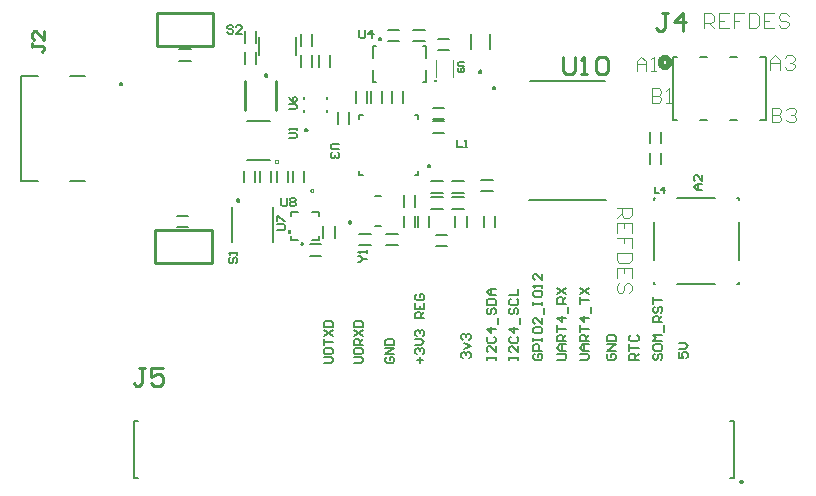
<source format=gto>
%FSTAX23Y23*%
%MOIN*%
%SFA1B1*%

%IPPOS*%
%ADD10C,0.007874*%
%ADD11C,0.020000*%
%ADD12C,0.000000*%
%ADD13C,0.010000*%
%ADD14C,0.003937*%
%ADD15C,0.005000*%
%ADD16C,0.006000*%
%ADD17C,0.008000*%
%ADD18C,0.003000*%
%LNesp32c3phils-1*%
%LPD*%
G36*
X03318Y03557D02*
Y03542D01*
X03308*
Y03557*
X03318*
G37*
G54D10*
X04824Y02717D02*
D01*
X04824Y02717*
X04824Y02718*
X04824Y02718*
X04824Y02718*
X04824Y02718*
X04824Y02719*
X04824Y02719*
X04823Y02719*
X04823Y02719*
X04823Y0272*
X04823Y0272*
X04823Y0272*
X04823Y0272*
X04822Y0272*
X04822Y0272*
X04822Y02721*
X04822Y02721*
X04821Y02721*
X04821Y02721*
X04821Y02721*
X04821Y02721*
X0482Y02721*
X0482*
X0482Y02721*
X04819Y02721*
X04819Y02721*
X04819Y02721*
X04819Y02721*
X04818Y02721*
X04818Y0272*
X04818Y0272*
X04818Y0272*
X04817Y0272*
X04817Y0272*
X04817Y0272*
X04817Y02719*
X04817Y02719*
X04817Y02719*
X04816Y02719*
X04816Y02718*
X04816Y02718*
X04816Y02718*
X04816Y02718*
X04816Y02717*
X04816Y02717*
X04816Y02717*
X04816Y02716*
X04816Y02716*
X04816Y02716*
X04816Y02716*
X04816Y02715*
X04817Y02715*
X04817Y02715*
X04817Y02715*
X04817Y02714*
X04817Y02714*
X04817Y02714*
X04818Y02714*
X04818Y02714*
X04818Y02714*
X04818Y02713*
X04819Y02713*
X04819Y02713*
X04819Y02713*
X04819Y02713*
X0482Y02713*
X0482Y02713*
X0482*
X04821Y02713*
X04821Y02713*
X04821Y02713*
X04821Y02713*
X04822Y02713*
X04822Y02713*
X04822Y02714*
X04822Y02714*
X04823Y02714*
X04823Y02714*
X04823Y02714*
X04823Y02714*
X04823Y02715*
X04823Y02715*
X04824Y02715*
X04824Y02715*
X04824Y02716*
X04824Y02716*
X04824Y02716*
X04824Y02716*
X04824Y02717*
X04824Y02717*
X03997Y0403D02*
D01*
X03997Y0403*
X03997Y0403*
X03997Y04031*
X03997Y04031*
X03997Y04031*
X03997Y04031*
X03997Y04032*
X03997Y04032*
X03997Y04032*
X03996Y04032*
X03996Y04032*
X03996Y04033*
X03996Y04033*
X03996Y04033*
X03995Y04033*
X03995Y04033*
X03995Y04033*
X03995Y04033*
X03994Y04034*
X03994Y04034*
X03994Y04034*
X03994Y04034*
X03993*
X03993Y04034*
X03993Y04034*
X03992Y04034*
X03992Y04033*
X03992Y04033*
X03992Y04033*
X03991Y04033*
X03991Y04033*
X03991Y04033*
X03991Y04033*
X03991Y04032*
X0399Y04032*
X0399Y04032*
X0399Y04032*
X0399Y04032*
X0399Y04031*
X0399Y04031*
X0399Y04031*
X0399Y04031*
X0399Y0403*
X0399Y0403*
X0399Y0403*
X0399Y04029*
X0399Y04029*
X0399Y04029*
X0399Y04029*
X0399Y04028*
X0399Y04028*
X0399Y04028*
X0399Y04028*
X0399Y04027*
X0399Y04027*
X03991Y04027*
X03991Y04027*
X03991Y04027*
X03991Y04026*
X03991Y04026*
X03992Y04026*
X03992Y04026*
X03992Y04026*
X03992Y04026*
X03993Y04026*
X03993Y04026*
X03993Y04026*
X03994*
X03994Y04026*
X03994Y04026*
X03994Y04026*
X03995Y04026*
X03995Y04026*
X03995Y04026*
X03995Y04026*
X03996Y04026*
X03996Y04027*
X03996Y04027*
X03996Y04027*
X03996Y04027*
X03997Y04027*
X03997Y04028*
X03997Y04028*
X03997Y04028*
X03997Y04028*
X03997Y04029*
X03997Y04029*
X03997Y04029*
X03997Y04029*
X03997Y0403*
X03953Y04084D02*
D01*
X03953Y04084*
X03953Y04084*
X03953Y04085*
X03953Y04085*
X03953Y04085*
X03953Y04085*
X03953Y04086*
X03953Y04086*
X03953Y04086*
X03953Y04086*
X03952Y04087*
X03952Y04087*
X03952Y04087*
X03952Y04087*
X03951Y04087*
X03951Y04087*
X03951Y04087*
X03951Y04088*
X0395Y04088*
X0395Y04088*
X0395Y04088*
X0395Y04088*
X03949*
X03949Y04088*
X03949Y04088*
X03949Y04088*
X03948Y04088*
X03948Y04087*
X03948Y04087*
X03948Y04087*
X03947Y04087*
X03947Y04087*
X03947Y04087*
X03947Y04087*
X03946Y04086*
X03946Y04086*
X03946Y04086*
X03946Y04086*
X03946Y04085*
X03946Y04085*
X03946Y04085*
X03946Y04085*
X03946Y04084*
X03946Y04084*
X03946Y04084*
X03946Y04084*
X03946Y04083*
X03946Y04083*
X03946Y04083*
X03946Y04082*
X03946Y04082*
X03946Y04082*
X03946Y04082*
X03946Y04081*
X03946Y04081*
X03947Y04081*
X03947Y04081*
X03947Y04081*
X03947Y04081*
X03948Y0408*
X03948Y0408*
X03948Y0408*
X03948Y0408*
X03949Y0408*
X03949Y0408*
X03949Y0408*
X03949Y0408*
X0395*
X0395Y0408*
X0395Y0408*
X0395Y0408*
X03951Y0408*
X03951Y0408*
X03951Y0408*
X03951Y0408*
X03952Y04081*
X03952Y04081*
X03952Y04081*
X03952Y04081*
X03953Y04081*
X03953Y04081*
X03953Y04082*
X03953Y04082*
X03953Y04082*
X03953Y04082*
X03953Y04083*
X03953Y04083*
X03953Y04083*
X03953Y04084*
X03953Y04084*
X03519Y03581D02*
D01*
X03519Y03582*
X03519Y03582*
X03519Y03582*
X03519Y03582*
X03519Y03583*
X03519Y03583*
X03518Y03583*
X03518Y03583*
X03518Y03584*
X03518Y03584*
X03518Y03584*
X03518Y03584*
X03517Y03584*
X03517Y03585*
X03517Y03585*
X03517Y03585*
X03516Y03585*
X03516Y03585*
X03516Y03585*
X03516Y03585*
X03515Y03585*
X03515Y03585*
X03515*
X03515Y03585*
X03514Y03585*
X03514Y03585*
X03514Y03585*
X03514Y03585*
X03513Y03585*
X03513Y03585*
X03513Y03585*
X03513Y03584*
X03512Y03584*
X03512Y03584*
X03512Y03584*
X03512Y03584*
X03512Y03583*
X03512Y03583*
X03511Y03583*
X03511Y03583*
X03511Y03582*
X03511Y03582*
X03511Y03582*
X03511Y03582*
X03511Y03581*
X03511Y03581*
X03511Y03581*
X03511Y0358*
X03511Y0358*
X03511Y0358*
X03511Y0358*
X03512Y03579*
X03512Y03579*
X03512Y03579*
X03512Y03579*
X03512Y03579*
X03512Y03578*
X03513Y03578*
X03513Y03578*
X03513Y03578*
X03513Y03578*
X03514Y03578*
X03514Y03578*
X03514Y03577*
X03514Y03577*
X03515Y03577*
X03515Y03577*
X03515*
X03515Y03577*
X03516Y03577*
X03516Y03577*
X03516Y03578*
X03516Y03578*
X03517Y03578*
X03517Y03578*
X03517Y03578*
X03517Y03578*
X03518Y03578*
X03518Y03579*
X03518Y03579*
X03518Y03579*
X03518Y03579*
X03518Y03579*
X03519Y0358*
X03519Y0358*
X03519Y0358*
X03519Y0358*
X03519Y03581*
X03519Y03581*
X03519Y03581*
X03619Y04192D02*
D01*
X03619Y04192*
X03619Y04192*
X03619Y04192*
X03619Y04193*
X03619Y04193*
X03619Y04193*
X03619Y04193*
X03619Y04194*
X03619Y04194*
X03618Y04194*
X03618Y04194*
X03618Y04194*
X03618Y04195*
X03618Y04195*
X03617Y04195*
X03617Y04195*
X03617Y04195*
X03617Y04195*
X03616Y04195*
X03616Y04195*
X03616Y04195*
X03616Y04195*
X03615*
X03615Y04195*
X03615Y04195*
X03614Y04195*
X03614Y04195*
X03614Y04195*
X03614Y04195*
X03613Y04195*
X03613Y04195*
X03613Y04195*
X03613Y04194*
X03613Y04194*
X03612Y04194*
X03612Y04194*
X03612Y04194*
X03612Y04193*
X03612Y04193*
X03612Y04193*
X03612Y04193*
X03612Y04192*
X03611Y04192*
X03611Y04192*
X03611Y04192*
X03611Y04191*
X03611Y04191*
X03612Y04191*
X03612Y0419*
X03612Y0419*
X03612Y0419*
X03612Y0419*
X03612Y04189*
X03612Y04189*
X03612Y04189*
X03613Y04189*
X03613Y04189*
X03613Y04188*
X03613Y04188*
X03613Y04188*
X03614Y04188*
X03614Y04188*
X03614Y04188*
X03614Y04188*
X03615Y04188*
X03615Y04188*
X03615Y04188*
X03616*
X03616Y04188*
X03616Y04188*
X03616Y04188*
X03617Y04188*
X03617Y04188*
X03617Y04188*
X03617Y04188*
X03618Y04188*
X03618Y04188*
X03618Y04189*
X03618Y04189*
X03618Y04189*
X03619Y04189*
X03619Y04189*
X03619Y0419*
X03619Y0419*
X03619Y0419*
X03619Y0419*
X03619Y04191*
X03619Y04191*
X03619Y04191*
X03619Y04192*
X03374Y03889D02*
D01*
X03374Y0389*
X03373Y0389*
X03373Y0389*
X03373Y03891*
X03373Y03891*
X03373Y03891*
X03373Y03891*
X03373Y03892*
X03373Y03892*
X03373Y03892*
X03372Y03892*
X03372Y03892*
X03372Y03893*
X03372Y03893*
X03372Y03893*
X03371Y03893*
X03371Y03893*
X03371Y03893*
X03371Y03893*
X0337Y03893*
X0337Y03893*
X0337Y03893*
X03369*
X03369Y03893*
X03369Y03893*
X03369Y03893*
X03368Y03893*
X03368Y03893*
X03368Y03893*
X03368Y03893*
X03367Y03893*
X03367Y03893*
X03367Y03892*
X03367Y03892*
X03367Y03892*
X03366Y03892*
X03366Y03892*
X03366Y03891*
X03366Y03891*
X03366Y03891*
X03366Y03891*
X03366Y0389*
X03366Y0389*
X03366Y0389*
X03366Y03889*
X03366Y03889*
X03366Y03889*
X03366Y03889*
X03366Y03888*
X03366Y03888*
X03366Y03888*
X03366Y03888*
X03366Y03887*
X03366Y03887*
X03367Y03887*
X03367Y03887*
X03367Y03887*
X03367Y03886*
X03367Y03886*
X03368Y03886*
X03368Y03886*
X03368Y03886*
X03368Y03886*
X03369Y03886*
X03369Y03886*
X03369Y03886*
X03369Y03886*
X0337*
X0337Y03886*
X0337Y03886*
X03371Y03886*
X03371Y03886*
X03371Y03886*
X03371Y03886*
X03372Y03886*
X03372Y03886*
X03372Y03886*
X03372Y03887*
X03372Y03887*
X03373Y03887*
X03373Y03887*
X03373Y03887*
X03373Y03888*
X03373Y03888*
X03373Y03888*
X03373Y03888*
X03373Y03889*
X03373Y03889*
X03374Y03889*
X03374Y03889*
X03146Y03655D02*
D01*
X03146Y03655*
X03146Y03656*
X03146Y03656*
X03146Y03656*
X03146Y03656*
X03146Y03657*
X03146Y03657*
X03146Y03657*
X03145Y03657*
X03145Y03658*
X03145Y03658*
X03145Y03658*
X03145Y03658*
X03144Y03658*
X03144Y03658*
X03144Y03659*
X03144Y03659*
X03143Y03659*
X03143Y03659*
X03143Y03659*
X03143Y03659*
X03142Y03659*
X03142*
X03142Y03659*
X03142Y03659*
X03141Y03659*
X03141Y03659*
X03141Y03659*
X03141Y03659*
X0314Y03658*
X0314Y03658*
X0314Y03658*
X0314Y03658*
X03139Y03658*
X03139Y03658*
X03139Y03657*
X03139Y03657*
X03139Y03657*
X03139Y03657*
X03139Y03656*
X03138Y03656*
X03138Y03656*
X03138Y03656*
X03138Y03655*
X03138Y03655*
X03138Y03655*
X03138Y03654*
X03138Y03654*
X03138Y03654*
X03139Y03654*
X03139Y03653*
X03139Y03653*
X03139Y03653*
X03139Y03653*
X03139Y03652*
X03139Y03652*
X0314Y03652*
X0314Y03652*
X0314Y03652*
X0314Y03652*
X03141Y03651*
X03141Y03651*
X03141Y03651*
X03141Y03651*
X03142Y03651*
X03142Y03651*
X03142Y03651*
X03142*
X03143Y03651*
X03143Y03651*
X03143Y03651*
X03143Y03651*
X03144Y03651*
X03144Y03651*
X03144Y03652*
X03144Y03652*
X03145Y03652*
X03145Y03652*
X03145Y03652*
X03145Y03652*
X03145Y03653*
X03146Y03653*
X03146Y03653*
X03146Y03653*
X03146Y03654*
X03146Y03654*
X03146Y03654*
X03146Y03654*
X03146Y03655*
X03146Y03655*
X02756Y04043D02*
D01*
X02756Y04044*
X02756Y04044*
X02756Y04044*
X02756Y04044*
X02756Y04045*
X02756Y04045*
X02756Y04045*
X02756Y04045*
X02755Y04046*
X02755Y04046*
X02755Y04046*
X02755Y04046*
X02755Y04046*
X02754Y04047*
X02754Y04047*
X02754Y04047*
X02754Y04047*
X02754Y04047*
X02753Y04047*
X02753Y04047*
X02753Y04047*
X02752Y04047*
X02752*
X02752Y04047*
X02752Y04047*
X02751Y04047*
X02751Y04047*
X02751Y04047*
X02751Y04047*
X0275Y04047*
X0275Y04047*
X0275Y04046*
X0275Y04046*
X02749Y04046*
X02749Y04046*
X02749Y04046*
X02749Y04045*
X02749Y04045*
X02749Y04045*
X02749Y04045*
X02749Y04044*
X02748Y04044*
X02748Y04044*
X02748Y04044*
X02748Y04043*
X02748Y04043*
X02748Y04043*
X02748Y04043*
X02749Y04042*
X02749Y04042*
X02749Y04042*
X02749Y04041*
X02749Y04041*
X02749Y04041*
X02749Y04041*
X02749Y04041*
X0275Y0404*
X0275Y0404*
X0275Y0404*
X0275Y0404*
X02751Y0404*
X02751Y0404*
X02751Y0404*
X02751Y04039*
X02752Y04039*
X02752Y04039*
X02752Y04039*
X02752*
X02753Y04039*
X02753Y04039*
X02753Y04039*
X02754Y0404*
X02754Y0404*
X02754Y0404*
X02754Y0404*
X02754Y0404*
X02755Y0404*
X02755Y0404*
X02755Y04041*
X02755Y04041*
X02755Y04041*
X02756Y04041*
X02756Y04041*
X02756Y04042*
X02756Y04042*
X02756Y04042*
X02756Y04043*
X02756Y04043*
X02756Y04043*
X02756Y04043*
X03782Y03771D02*
D01*
X03782Y03771*
X03782Y03771*
X03782Y03771*
X03782Y03772*
X03782Y03772*
X03782Y03772*
X03782Y03772*
X03782Y03773*
X03782Y03773*
X03781Y03773*
X03781Y03773*
X03781Y03774*
X03781Y03774*
X03781Y03774*
X0378Y03774*
X0378Y03774*
X0378Y03774*
X0378Y03774*
X03779Y03774*
X03779Y03774*
X03779Y03775*
X03778Y03775*
X03778*
X03778Y03775*
X03778Y03774*
X03777Y03774*
X03777Y03774*
X03777Y03774*
X03777Y03774*
X03776Y03774*
X03776Y03774*
X03776Y03774*
X03776Y03774*
X03776Y03773*
X03775Y03773*
X03775Y03773*
X03775Y03773*
X03775Y03772*
X03775Y03772*
X03775Y03772*
X03775Y03772*
X03775Y03771*
X03774Y03771*
X03774Y03771*
X03774Y03771*
X03774Y0377*
X03774Y0377*
X03775Y0377*
X03775Y0377*
X03775Y03769*
X03775Y03769*
X03775Y03769*
X03775Y03769*
X03775Y03768*
X03775Y03768*
X03776Y03768*
X03776Y03768*
X03776Y03767*
X03776Y03767*
X03776Y03767*
X03777Y03767*
X03777Y03767*
X03777Y03767*
X03777Y03767*
X03778Y03767*
X03778Y03767*
X03778Y03767*
X03778*
X03779Y03767*
X03779Y03767*
X03779Y03767*
X0378Y03767*
X0378Y03767*
X0378Y03767*
X0378Y03767*
X03781Y03767*
X03781Y03767*
X03781Y03768*
X03781Y03768*
X03781Y03768*
X03782Y03768*
X03782Y03769*
X03782Y03769*
X03782Y03769*
X03782Y03769*
X03782Y0377*
X03782Y0377*
X03782Y0377*
X03782Y0377*
X03782Y03771*
X03239Y04071D02*
D01*
X03239Y04071*
X03239Y04072*
X03239Y04072*
X03239Y04072*
X03239Y04072*
X03239Y04073*
X03239Y04073*
X03238Y04073*
X03238Y04073*
X03238Y04074*
X03238Y04074*
X03238Y04074*
X03238Y04074*
X03237Y04074*
X03237Y04074*
X03237Y04075*
X03237Y04075*
X03236Y04075*
X03236Y04075*
X03236Y04075*
X03236Y04075*
X03235Y04075*
X03235*
X03235Y04075*
X03234Y04075*
X03234Y04075*
X03234Y04075*
X03234Y04075*
X03233Y04075*
X03233Y04074*
X03233Y04074*
X03233Y04074*
X03232Y04074*
X03232Y04074*
X03232Y04074*
X03232Y04073*
X03232Y04073*
X03232Y04073*
X03232Y04073*
X03231Y04072*
X03231Y04072*
X03231Y04072*
X03231Y04072*
X03231Y04071*
X03231Y04071*
X03231Y04071*
X03231Y04071*
X03231Y0407*
X03231Y0407*
X03231Y0407*
X03232Y04069*
X03232Y04069*
X03232Y04069*
X03232Y04069*
X03232Y04069*
X03232Y04068*
X03232Y04068*
X03233Y04068*
X03233Y04068*
X03233Y04068*
X03233Y04068*
X03234Y04067*
X03234Y04067*
X03234Y04067*
X03234Y04067*
X03235Y04067*
X03235Y04067*
X03235*
X03236Y04067*
X03236Y04067*
X03236Y04067*
X03236Y04067*
X03237Y04067*
X03237Y04068*
X03237Y04068*
X03237Y04068*
X03238Y04068*
X03238Y04068*
X03238Y04068*
X03238Y04069*
X03238Y04069*
X03238Y04069*
X03239Y04069*
X03239Y04069*
X03239Y0407*
X03239Y0407*
X03239Y0407*
X03239Y04071*
X03239Y04071*
X03239Y04071*
X02417Y0407D02*
X02476D01*
X02417Y03719D02*
Y0407D01*
Y03719D02*
X02476D01*
X02583Y0407D02*
X02631D01*
X02583Y03719D02*
X02631D01*
G54D11*
X0458Y04115D02*
D01*
X04579Y04116*
X04579Y04117*
X04579Y04118*
X04579Y04119*
X04579Y0412*
X04578Y04121*
X04578Y04122*
X04577Y04122*
X04577Y04123*
X04576Y04124*
X04575Y04125*
X04575Y04126*
X04574Y04126*
X04573Y04127*
X04572Y04127*
X04571Y04128*
X0457Y04128*
X04569Y04129*
X04568Y04129*
X04567Y04129*
X04566Y04129*
X04565Y04129*
X04564*
X04563Y04129*
X04562Y04129*
X04561Y04129*
X0456Y04129*
X04559Y04128*
X04558Y04128*
X04557Y04127*
X04556Y04127*
X04555Y04126*
X04554Y04126*
X04554Y04125*
X04553Y04124*
X04552Y04123*
X04552Y04122*
X04551Y04122*
X04551Y04121*
X0455Y0412*
X0455Y04119*
X0455Y04118*
X0455Y04117*
X0455Y04116*
X0455Y04115*
X0455Y04113*
X0455Y04112*
X0455Y04111*
X0455Y0411*
X0455Y04109*
X04551Y04108*
X04551Y04107*
X04552Y04107*
X04552Y04106*
X04553Y04105*
X04554Y04104*
X04554Y04103*
X04555Y04103*
X04556Y04102*
X04557Y04102*
X04558Y04101*
X04559Y04101*
X0456Y041*
X04561Y041*
X04562Y041*
X04563Y041*
X04564Y041*
X04565*
X04566Y041*
X04567Y041*
X04568Y041*
X04569Y041*
X0457Y04101*
X04571Y04101*
X04572Y04102*
X04573Y04102*
X04574Y04103*
X04575Y04103*
X04575Y04104*
X04576Y04105*
X04577Y04106*
X04577Y04107*
X04578Y04107*
X04578Y04108*
X04579Y04109*
X04579Y0411*
X04579Y04111*
X04579Y04112*
X04579Y04113*
X0458Y04115*
G54D12*
X03393Y03688D02*
D01*
X03393Y03688*
X03393Y03688*
X03393Y03689*
X03393Y03689*
X03393Y03689*
X03393Y0369*
X03392Y0369*
X03392Y0369*
X03392Y03691*
X03392Y03691*
X03392Y03691*
X03391Y03691*
X03391Y03692*
X03391Y03692*
X03391Y03692*
X0339Y03692*
X0339Y03692*
X0339Y03692*
X03389Y03692*
X03389Y03692*
X03389Y03693*
X03388Y03693*
X03388*
X03387Y03693*
X03387Y03692*
X03387Y03692*
X03386Y03692*
X03386Y03692*
X03386Y03692*
X03386Y03692*
X03385Y03692*
X03385Y03692*
X03385Y03691*
X03384Y03691*
X03384Y03691*
X03384Y03691*
X03384Y0369*
X03384Y0369*
X03383Y0369*
X03383Y03689*
X03383Y03689*
X03383Y03689*
X03383Y03688*
X03383Y03688*
X03383Y03688*
X03383Y03687*
X03383Y03687*
X03383Y03687*
X03383Y03686*
X03383Y03686*
X03383Y03686*
X03384Y03685*
X03384Y03685*
X03384Y03685*
X03384Y03684*
X03384Y03684*
X03385Y03684*
X03385Y03684*
X03385Y03683*
X03386Y03683*
X03386Y03683*
X03386Y03683*
X03386Y03683*
X03387Y03683*
X03387Y03683*
X03387Y03683*
X03388Y03683*
X03388*
X03389Y03683*
X03389Y03683*
X03389Y03683*
X0339Y03683*
X0339Y03683*
X0339Y03683*
X03391Y03683*
X03391Y03683*
X03391Y03684*
X03391Y03684*
X03392Y03684*
X03392Y03684*
X03392Y03685*
X03392Y03685*
X03392Y03685*
X03393Y03686*
X03393Y03686*
X03393Y03686*
X03393Y03687*
X03393Y03687*
X03393Y03687*
X03393Y03688*
G54D13*
X03356Y03511D02*
D01*
X03356Y03511*
X03356Y03511*
X03356Y03511*
X03356Y03511*
X03356Y03511*
X03356Y03511*
X03356Y03511*
X03356Y03511*
X03356Y03511*
X03356Y03511*
X03356Y03511*
X03355Y03512*
X03355Y03512*
X03355Y03512*
X03355Y03512*
X03355Y03512*
X03355Y03512*
X03355Y03512*
X03355Y03512*
X03355Y03512*
X03355Y03512*
X03355Y03512*
X03354*
X03354Y03512*
X03354Y03512*
X03354Y03512*
X03354Y03512*
X03354Y03512*
X03354Y03512*
X03354Y03512*
X03354Y03512*
X03354Y03512*
X03354Y03512*
X03353Y03511*
X03353Y03511*
X03353Y03511*
X03353Y03511*
X03353Y03511*
X03353Y03511*
X03353Y03511*
X03353Y03511*
X03353Y03511*
X03353Y03511*
X03353Y03511*
X03353Y03511*
X03353Y0351*
X03353Y0351*
X03353Y0351*
X03353Y0351*
X03353Y0351*
X03353Y0351*
X03353Y0351*
X03353Y0351*
X03353Y0351*
X03353Y0351*
X03353Y0351*
X03354Y03509*
X03354Y03509*
X03354Y03509*
X03354Y03509*
X03354Y03509*
X03354Y03509*
X03354Y03509*
X03354Y03509*
X03354Y03509*
X03354Y03509*
X03354Y03509*
X03355*
X03355Y03509*
X03355Y03509*
X03355Y03509*
X03355Y03509*
X03355Y03509*
X03355Y03509*
X03355Y03509*
X03355Y03509*
X03355Y03509*
X03355Y03509*
X03356Y0351*
X03356Y0351*
X03356Y0351*
X03356Y0351*
X03356Y0351*
X03356Y0351*
X03356Y0351*
X03356Y0351*
X03356Y0351*
X03356Y0351*
X03356Y0351*
X03356Y03511*
X02871Y0428D02*
X03059D01*
X02871Y04169D02*
X03059D01*
X02871D02*
Y0428D01*
X03059Y04169D02*
Y0428D01*
X03267Y03955D02*
Y04054D01*
X03164Y03955D02*
Y04054D01*
X02866Y03445D02*
X03054D01*
X02866Y03556D02*
X03054D01*
Y03445D02*
Y03556D01*
X02866Y03445D02*
Y03556D01*
X02833Y03095D02*
X02813D01*
X02823*
Y03045*
X02813Y03036*
X02803*
X02794Y03045*
X02893Y03095D02*
X02853D01*
Y03065*
X02873Y03075*
X02883*
X02893Y03065*
Y03045*
X02883Y03036*
X02863*
X02853Y03045*
X04575Y04279D02*
X04555D01*
X04565*
Y0423*
X04555Y0422*
X04545*
X04535Y0423*
X04624Y0422D02*
Y04279D01*
X04594Y0425*
X04634*
X04225Y04134D02*
Y04085D01*
X04235Y04075*
X04255*
X04265Y04085*
Y04134*
X04285Y04075D02*
X04305D01*
X04295*
Y04134*
X04285Y04124*
X04334D02*
X04344Y04134D01*
X04364*
X04374Y04124*
Y04085*
X04364Y04075*
X04344*
X04334Y04085*
Y04124*
X02455Y04178D02*
Y04165D01*
Y04171*
X02488*
X02494Y04165*
Y04158*
X02488Y04151*
X02494Y04218D02*
Y04191D01*
X02468Y04218*
X02461*
X02455Y04211*
Y04198*
X02461Y04191*
G54D14*
X038Y04055D02*
D01*
X038Y04055*
X038Y04055*
X038Y04056*
X038Y04056*
X038Y04056*
X038Y04056*
X038Y04056*
X038Y04056*
X038Y04056*
X038Y04056*
X03799Y04056*
X03799Y04057*
X03799Y04057*
X03799Y04057*
X03799Y04057*
X03799Y04057*
X03799Y04057*
X03799Y04057*
X03798Y04057*
X03798Y04057*
X03798Y04057*
X03798Y04057*
X03798*
X03798Y04057*
X03798Y04057*
X03798Y04057*
X03797Y04057*
X03797Y04057*
X03797Y04057*
X03797Y04057*
X03797Y04057*
X03797Y04057*
X03797Y04057*
X03797Y04056*
X03796Y04056*
X03796Y04056*
X03796Y04056*
X03796Y04056*
X03796Y04056*
X03796Y04056*
X03796Y04056*
X03796Y04056*
X03796Y04055*
X03796Y04055*
X03796Y04055*
X03796Y04055*
X03796Y04055*
X03796Y04055*
X03796Y04055*
X03796Y04054*
X03796Y04054*
X03796Y04054*
X03796Y04054*
X03796Y04054*
X03796Y04054*
X03797Y04054*
X03797Y04054*
X03797Y04054*
X03797Y04053*
X03797Y04053*
X03797Y04053*
X03797Y04053*
X03797Y04053*
X03798Y04053*
X03798Y04053*
X03798Y04053*
X03798Y04053*
X03798*
X03798Y04053*
X03798Y04053*
X03798Y04053*
X03799Y04053*
X03799Y04053*
X03799Y04053*
X03799Y04053*
X03799Y04053*
X03799Y04054*
X03799Y04054*
X03799Y04054*
X038Y04054*
X038Y04054*
X038Y04054*
X038Y04054*
X038Y04054*
X038Y04054*
X038Y04055*
X038Y04055*
X038Y04055*
X038Y04055*
X038Y04055*
Y04067D02*
Y04122D01*
X03859Y04067D02*
Y04122D01*
G54D15*
X04795Y02729D02*
Y0292D01*
X02795Y02729D02*
Y0292D01*
X04782Y02729D02*
X04795D01*
X02795D02*
X02807D01*
X02795Y0292D02*
X02807D01*
X04782D02*
X04795D01*
X04114Y04053D02*
X04365D01*
X0411Y03656D02*
X04369D01*
X03953Y03686D02*
X03992D01*
X03953Y03723D02*
X03992D01*
X03961Y03565D02*
Y03604D01*
X03998Y03565D02*
Y03604D01*
X04516Y03845D02*
Y03884D01*
X04553Y03845D02*
Y03884D01*
X04516Y03775D02*
Y03814D01*
X04553Y03775D02*
Y03814D01*
X03918Y04161D02*
Y04208D01*
X03981Y04161D02*
Y04208D01*
X03411Y041D02*
Y04139D01*
X03448Y041D02*
Y04139D01*
X03597Y03669D02*
X03618D01*
X03597Y0357D02*
X03618D01*
X03855Y03681D02*
X03894D01*
X03855Y03718D02*
X03894D01*
X03741Y03565D02*
Y03604D01*
X03778Y03565D02*
Y03604D01*
X03785Y03681D02*
X03824D01*
X03785Y03718D02*
X03824D01*
X03807Y04156D02*
X03846D01*
X03807Y04193D02*
X03846D01*
X038Y0354D02*
X03839D01*
X038Y03502D02*
X03839D01*
X03866Y03565D02*
Y03604D01*
X03904Y03565D02*
Y03604D01*
X03855Y03665D02*
X03894D01*
X03855Y03627D02*
X03894D01*
X03591Y04168D02*
X03601D01*
X03591Y04129D02*
Y04168D01*
Y0405D02*
Y04089D01*
Y0405D02*
X03601D01*
X03758D02*
X03768D01*
Y04089*
X03758Y04168D02*
X03768D01*
Y04129D02*
Y04168D01*
X0336Y0395D02*
Y03956D01*
Y03993D02*
Y03999D01*
X03439Y03993D02*
Y03999D01*
Y0395D02*
Y03956D01*
X03351Y0417D02*
Y04209D01*
X03388Y0417D02*
Y04209D01*
X03573Y0398D02*
Y04019D01*
X03536Y0398D02*
Y04019D01*
X03513Y0391D02*
Y03949D01*
X03476Y0391D02*
Y03949D01*
X03693Y0398D02*
Y04019D01*
X03656Y0398D02*
Y04019D01*
X03696Y03565D02*
Y03604D01*
X03733Y03565D02*
Y03604D01*
X03696Y03633D02*
Y03672D01*
X03733Y03633D02*
Y03672D01*
X0379Y03926D02*
X03829D01*
X0379Y03963D02*
X03829D01*
X02945Y04121D02*
X02984D01*
X02945Y04158D02*
X02984D01*
X03122Y03515D02*
Y03634D01*
X03257Y03515D02*
Y03634D01*
X03426Y0353D02*
Y03569D01*
X03464Y0353D02*
Y03569D01*
X0338Y03471D02*
X03419D01*
X0338Y03508D02*
X03419D01*
X03166Y0418D02*
Y04219D01*
X03203Y0418D02*
Y04219D01*
X03166Y0411D02*
Y04149D01*
X03203Y0411D02*
Y04149D01*
X0364Y04186D02*
X03679D01*
X0364Y04223D02*
X03679D01*
X03725D02*
X03764D01*
X03725Y04186D02*
X03764D01*
X03623Y0398D02*
Y04019D01*
X03586Y0398D02*
Y04019D01*
X03635Y03506D02*
X03674D01*
X03635Y03543D02*
X03674D01*
X03545D02*
X03584D01*
X03545Y03506D02*
X03584D01*
X0379Y03918D02*
X03829D01*
X0379Y03881D02*
X03829D01*
X03785Y03665D02*
X03824D01*
X03785Y03627D02*
X03824D01*
X02937Y03603D02*
X02976D01*
X02937Y03566D02*
X02976D01*
X03731Y03741D02*
X03743D01*
Y03753*
Y03926D02*
Y03938D01*
X03731D02*
X03743D01*
X03546D02*
X03558D01*
X03546Y03926D02*
Y03938D01*
Y03741D02*
Y03753D01*
Y03741D02*
X03558D01*
X03325Y03715D02*
Y03754D01*
X03363Y03715D02*
Y03754D01*
X03308Y03715D02*
Y03754D01*
X03271Y03715D02*
Y03754D01*
X03253Y03715D02*
Y03754D01*
X03216Y03715D02*
Y03754D01*
X03198Y03715D02*
Y03754D01*
X03161Y03715D02*
Y03754D01*
X03213Y04138D02*
Y04201D01*
X03336Y04138D02*
Y04201D01*
X03351Y041D02*
Y04139D01*
X03388Y041D02*
Y04139D01*
X03894Y04116D02*
X03878D01*
X03875Y04113*
Y04106*
X03878Y04103*
X03894*
X03878Y04096D02*
X03875Y04093D01*
Y04086*
X03878Y04083*
X03891*
X03894Y04086*
Y04093*
X03891Y04096*
X03888*
X03885Y04093*
Y04083*
G54D16*
X04883Y03922D02*
X049D01*
X0459D02*
X04606D01*
X049D02*
Y04132D01*
X04883D02*
X049D01*
X0459Y03922D02*
Y04132D01*
X04606*
X04683D02*
X04706D01*
X04783D02*
X04806D01*
X04683Y03922D02*
X04706D01*
X04783D02*
X04806D01*
X04527Y03377D02*
Y03383D01*
X04806Y03663D02*
X04813D01*
X04527Y03656D02*
Y03663D01*
Y03377D02*
X04533D01*
X04813D02*
Y03383D01*
X04806Y03377D02*
X04813D01*
Y03456D02*
Y03583D01*
X04606Y03663D02*
X04733D01*
X04813Y03656D02*
Y03663D01*
X04527Y03456D02*
Y03583D01*
Y03663D02*
X04533D01*
X04606Y03377D02*
X04733D01*
X0317Y0379D02*
X03249D01*
X0317Y0392D02*
X03249D01*
X03319Y03615D02*
X0334D01*
X0341Y03604D02*
Y03615D01*
X03389Y03524D02*
X0341D01*
X03319D02*
X0334D01*
X03319Y03604D02*
Y03615D01*
X03389D02*
X0341D01*
Y03524D02*
Y03535D01*
X03319Y03524D02*
Y03535D01*
X03873Y03857D02*
Y03832D01*
X0389*
X03898D02*
X03906D01*
X03902*
Y03857*
X03898Y03853*
X03312Y03959D02*
X03333D01*
X03337Y03963*
Y03971*
X03333Y03975*
X03312*
Y04D02*
X03316Y03992D01*
X03325Y03984*
X03333*
X03337Y03988*
Y03996*
X03333Y04*
X03329*
X03325Y03996*
Y03984*
X03545Y04224D02*
Y042D01*
X0355Y04195*
X0356*
X03565Y042*
Y04224*
X03589Y04195D02*
Y04224D01*
X03575Y0421*
X03594*
X03312Y03863D02*
X03333D01*
X03337Y03867*
Y03875*
X03333Y0388*
X03312*
X03337Y03888D02*
Y03896D01*
Y03892*
X03312*
X03316Y03888*
G54D17*
X03427Y03113D02*
X03452D01*
X03457Y03118*
Y03127*
X03452Y03132*
X03427*
X03432Y03142D02*
X03427Y03147D01*
Y03157*
X03432Y03162*
X03452*
X03457Y03157*
Y03147*
X03452Y03142*
X03432*
X03427Y03172D02*
Y03192D01*
Y03182*
X03457*
X03427Y03202D02*
X03457Y03222D01*
X03427D02*
X03457Y03202D01*
X03427Y03232D02*
X03457D01*
Y03247*
X03452Y03252*
X03432*
X03427Y03247*
Y03232*
X03527Y03113D02*
X03552D01*
X03557Y03118*
Y03127*
X03552Y03132*
X03527*
X03532Y03142D02*
X03527Y03147D01*
Y03157*
X03532Y03162*
X03552*
X03557Y03157*
Y03147*
X03552Y03142*
X03532*
X03557Y03172D02*
X03527D01*
Y03187*
X03532Y03192*
X03542*
X03547Y03187*
Y03172*
Y03182D02*
X03557Y03192D01*
X03527Y03202D02*
X03557Y03222D01*
X03527D02*
X03557Y03202D01*
X03527Y03232D02*
X03557D01*
Y03247*
X03552Y03252*
X03532*
X03527Y03247*
Y03232*
X03637Y03132D02*
X03632Y03127D01*
Y03118*
X03637Y03113*
X03657*
X03662Y03118*
Y03127*
X03657Y03132*
X03647*
Y03122*
X03662Y03142D02*
X03632D01*
X03662Y03162*
X03632*
Y03172D02*
X03662D01*
Y03187*
X03657Y03192*
X03637*
X03632Y03187*
Y03172*
X03747Y03113D02*
Y03132D01*
X03737Y03122D02*
X03757D01*
X03737Y03142D02*
X03732Y03147D01*
Y03157*
X03737Y03162*
X03742*
X03747Y03157*
Y03152*
Y03157*
X03752Y03162*
X03757*
X03762Y03157*
Y03147*
X03757Y03142*
X03732Y03172D02*
X03752D01*
X03762Y03182*
X03752Y03192*
X03732*
X03737Y03202D02*
X03732Y03207D01*
Y03217*
X03737Y03222*
X03742*
X03747Y03217*
Y03212*
Y03217*
X03752Y03222*
X03757*
X03762Y03217*
Y03207*
X03757Y03202*
X03762Y03262D02*
X03732D01*
Y03277*
X03737Y03282*
X03747*
X03752Y03277*
Y03262*
Y03272D02*
X03762Y03282D01*
X03732Y03312D02*
Y03292D01*
X03762*
Y03312*
X03747Y03292D02*
Y03302D01*
X03737Y03342D02*
X03732Y03337D01*
Y03327*
X03737Y03322*
X03757*
X03762Y03327*
Y03337*
X03757Y03342*
X03747*
Y03332*
X0389Y03128D02*
X03885Y03133D01*
Y03143*
X0389Y03148*
X03896*
X03901Y03143*
Y03138*
Y03143*
X03906Y03148*
X03911*
X03917Y03143*
Y03133*
X03911Y03128*
X03896Y03159D02*
X03917Y03169D01*
X03896Y0318*
X0389Y0319D02*
X03885Y03196D01*
Y03206*
X0389Y03211*
X03896*
X03901Y03206*
Y03201*
Y03206*
X03906Y03211*
X03911*
X03917Y03206*
Y03196*
X03911Y0319*
X0397Y03123D02*
Y03133D01*
Y03128*
X04001*
Y03123*
Y03133*
Y0317D02*
Y03149D01*
X0398Y0317*
X03975*
X0397Y03164*
Y03154*
X03975Y03149*
Y03201D02*
X0397Y03196D01*
Y03185*
X03975Y0318*
X03996*
X04001Y03185*
Y03196*
X03996Y03201*
X04001Y03227D02*
X0397D01*
X03986Y03212*
Y03233*
X04007Y03243D02*
Y03264D01*
X03975Y03296D02*
X0397Y0329D01*
Y0328*
X03975Y03275*
X0398*
X03986Y0328*
Y0329*
X03991Y03296*
X03996*
X04001Y0329*
Y0328*
X03996Y03275*
X0397Y03306D02*
X04001D01*
Y03322*
X03996Y03327*
X03975*
X0397Y03322*
Y03306*
X04001Y03338D02*
X0398D01*
X0397Y03348*
X0398Y03359*
X04001*
X03986*
Y03338*
X04045Y03123D02*
Y03133D01*
Y03128*
X04076*
Y03123*
Y03133*
Y0317D02*
Y03149D01*
X04055Y0317*
X0405*
X04045Y03164*
Y03154*
X0405Y03149*
Y03201D02*
X04045Y03196D01*
Y03185*
X0405Y0318*
X04071*
X04076Y03185*
Y03196*
X04071Y03201*
X04076Y03227D02*
X04045D01*
X04061Y03212*
Y03233*
X04082Y03243D02*
Y03264D01*
X0405Y03296D02*
X04045Y0329D01*
Y0328*
X0405Y03275*
X04055*
X04061Y0328*
Y0329*
X04066Y03296*
X04071*
X04076Y0329*
Y0328*
X04071Y03275*
X0405Y03327D02*
X04045Y03322D01*
Y03311*
X0405Y03306*
X04071*
X04076Y03311*
Y03322*
X04071Y03327*
X04045Y03338D02*
X04076D01*
Y03359*
X0413Y03143D02*
X04125Y03138D01*
Y03128*
X0413Y03123*
X04151*
X04156Y03128*
Y03138*
X04151Y03143*
X04141*
Y03133*
X04156Y03154D02*
X04125D01*
Y0317*
X0413Y03175*
X04141*
X04146Y0317*
Y03154*
X04125Y03185D02*
Y03196D01*
Y03191*
X04156*
Y03185*
Y03196*
X04125Y03227D02*
Y03217D01*
X0413Y03212*
X04151*
X04156Y03217*
Y03227*
X04151Y03233*
X0413*
X04125Y03227*
X04156Y03264D02*
Y03243D01*
X04135Y03264*
X0413*
X04125Y03259*
Y03248*
X0413Y03243*
X04162Y03275D02*
Y03296D01*
X04125Y03306D02*
Y03317D01*
Y03311*
X04156*
Y03306*
Y03317*
X04125Y03348D02*
Y03338D01*
X0413Y03332*
X04151*
X04156Y03338*
Y03348*
X04151Y03353*
X0413*
X04125Y03348*
X04156Y03364D02*
Y03374D01*
Y03369*
X04125*
X0413Y03364*
X04156Y03411D02*
Y0339D01*
X04135Y03411*
X0413*
X04125Y03406*
Y03395*
X0413Y0339*
X04205Y03123D02*
X04231D01*
X04236Y03128*
Y03138*
X04231Y03143*
X04205*
X04236Y03154D02*
X04215D01*
X04205Y03164*
X04215Y03175*
X04236*
X04221*
Y03154*
X04236Y03185D02*
X04205D01*
Y03201*
X0421Y03206*
X04221*
X04226Y03201*
Y03185*
Y03196D02*
X04236Y03206D01*
X04205Y03217D02*
Y03238D01*
Y03227*
X04236*
Y03264D02*
X04205D01*
X04221Y03248*
Y03269*
X04242Y0328D02*
Y03301D01*
X04236Y03311D02*
X04205D01*
Y03327*
X0421Y03332*
X04221*
X04226Y03327*
Y03311*
Y03322D02*
X04236Y03332D01*
X04205Y03343D02*
X04236Y03364D01*
X04205D02*
X04236Y03343D01*
X0428Y03123D02*
X04306D01*
X04311Y03128*
Y03138*
X04306Y03143*
X0428*
X04311Y03154D02*
X0429D01*
X0428Y03164*
X0429Y03175*
X04311*
X04296*
Y03154*
X04311Y03185D02*
X0428D01*
Y03201*
X04285Y03206*
X04296*
X04301Y03201*
Y03185*
Y03196D02*
X04311Y03206D01*
X0428Y03217D02*
Y03238D01*
Y03227*
X04311*
Y03264D02*
X0428D01*
X04296Y03248*
Y03269*
X04317Y0328D02*
Y03301D01*
X0428Y03311D02*
Y03332D01*
Y03322*
X04311*
X0428Y03343D02*
X04311Y03364D01*
X0428D02*
X04311Y03343D01*
X04375Y03143D02*
X0437Y03138D01*
Y03128*
X04375Y03123*
X04396*
X04402Y03128*
Y03138*
X04396Y03143*
X04386*
Y03133*
X04402Y03154D02*
X0437D01*
X04402Y03175*
X0437*
Y03185D02*
X04402D01*
Y03201*
X04396Y03206*
X04375*
X0437Y03201*
Y03185*
X04477Y03123D02*
X04445D01*
Y03138*
X0445Y03143*
X04461*
X04466Y03138*
Y03123*
Y03133D02*
X04477Y03143D01*
X04445Y03154D02*
Y03175D01*
Y03164*
X04477*
X0445Y03206D02*
X04445Y03201D01*
Y03191*
X0445Y03185*
X04471*
X04477Y03191*
Y03201*
X04471Y03206*
X0453Y03143D02*
X04525Y03138D01*
Y03128*
X0453Y03123*
X04535*
X04541Y03128*
Y03138*
X04546Y03143*
X04551*
X04556Y03138*
Y03128*
X04551Y03123*
X04525Y0317D02*
Y03159D01*
X0453Y03154*
X04551*
X04556Y03159*
Y0317*
X04551Y03175*
X0453*
X04525Y0317*
X04556Y03185D02*
X04525D01*
X04535Y03196*
X04525Y03206*
X04556*
X04562Y03217D02*
Y03238D01*
X04556Y03248D02*
X04525D01*
Y03264*
X0453Y03269*
X04541*
X04546Y03264*
Y03248*
Y03259D02*
X04556Y03269D01*
X0453Y03301D02*
X04525Y03296D01*
Y03285*
X0453Y0328*
X04535*
X04541Y03285*
Y03296*
X04546Y03301*
X04551*
X04556Y03296*
Y03285*
X04551Y0328*
X04525Y03311D02*
Y03332D01*
Y03322*
X04556*
X0461Y03148D02*
Y03128D01*
X04626*
X04621Y03138*
Y03143*
X04626Y03148*
X04636*
X04642Y03143*
Y03133*
X04636Y03128*
X0461Y03159D02*
X04631D01*
X04642Y03169*
X04631Y0318*
X0461*
X04689Y0369D02*
X0467D01*
X0466Y037*
X0467Y0371*
X04689*
X04675*
Y0369*
X04689Y03739D02*
Y0372D01*
X0467Y03739*
X04665*
X0466Y03734*
Y03724*
X04665Y0372*
X04533Y03699D02*
Y0368D01*
X04546*
X04563D02*
Y03699D01*
X04553Y0369*
X04566*
X03125Y04234D02*
X0312Y04239D01*
X0311*
X03105Y04234*
Y0423*
X0311Y04225*
X0312*
X03125Y0422*
Y04215*
X0312Y0421*
X0311*
X03105Y04215*
X03154Y0421D02*
X03135D01*
X03154Y0423*
Y04234*
X03149Y04239*
X03139*
X03135Y04234*
X03285Y03664D02*
Y0364D01*
X0329Y03635*
X033*
X03305Y0364*
Y03664*
X03315Y03659D02*
X03319Y03664D01*
X03329*
X03334Y03659*
Y03655*
X03329Y0365*
X03334Y03645*
Y0364*
X03329Y03635*
X03319*
X03315Y0364*
Y03645*
X03319Y0365*
X03315Y03655*
Y03659*
X03319Y0365D02*
X03329D01*
X0327Y03555D02*
X03294D01*
X03299Y0356*
Y0357*
X03294Y03575*
X0327*
Y03585D02*
Y03604D01*
X03275*
X03294Y03585*
X03299*
X03115Y03465D02*
X0311Y0346D01*
Y0345*
X03115Y03445*
X0312*
X03125Y0345*
Y0346*
X0313Y03465*
X03134*
X03139Y0346*
Y0345*
X03134Y03445*
X03139Y03474D02*
Y03484D01*
Y03479*
X0311*
X03115Y03474*
X03543Y0345D02*
X03548D01*
X03558Y0346*
X03548Y0347*
X03543*
X03558Y0346D02*
X03573D01*
Y03479D02*
Y03489D01*
Y03484*
X03543*
X03548Y03479*
X03479Y03844D02*
X03455D01*
X0345Y03839*
Y03829*
X03455Y03825*
X03479*
X03474Y03815D02*
X03479Y0381D01*
Y038*
X03474Y03795*
X0347*
X03465Y038*
Y03805*
Y038*
X0346Y03795*
X03455*
X0345Y038*
Y0381*
X03455Y03815*
G54D18*
X0447Y04085D02*
Y04118D01*
X04486Y04134*
X04503Y04118*
Y04085*
Y04109*
X0447*
X04519Y04085D02*
X04536D01*
X04528*
Y04134*
X04519Y04126*
X0452Y04029D02*
Y0398D01*
X04544*
X04553Y03988*
Y03996*
X04544Y04004*
X0452*
X04544*
X04553Y04013*
Y04021*
X04544Y04029*
X0452*
X04569Y0398D02*
X04586D01*
X04578*
Y04029*
X04569Y04021*
X04915Y0409D02*
Y04123D01*
X04931Y04139*
X04948Y04123*
Y0409*
Y04114*
X04915*
X04964Y04131D02*
X04973Y04139D01*
X04989*
X04998Y04131*
Y04123*
X04989Y04114*
X04981*
X04989*
X04998Y04106*
Y04098*
X04989Y0409*
X04973*
X04964Y04098*
X0492Y03964D02*
Y03915D01*
X04944*
X04953Y03923*
Y03931*
X04944Y03939*
X0492*
X04944*
X04953Y03948*
Y03956*
X04944Y03964*
X0492*
X04969Y03956D02*
X04978Y03964D01*
X04994*
X05003Y03956*
Y03948*
X04994Y03939*
X04986*
X04994*
X05003Y03931*
Y03923*
X04994Y03915*
X04978*
X04969Y03923*
X04695Y0423D02*
Y04279D01*
X04719*
X04728Y04271*
Y04254*
X04719Y04246*
X04695*
X04711D02*
X04728Y0423D01*
X04778Y04279D02*
X04744D01*
Y0423*
X04778*
X04744Y04254D02*
X04761D01*
X04828Y04279D02*
X04794D01*
Y04254*
X04811*
X04794*
Y0423*
X04844Y04279D02*
Y0423D01*
X04869*
X04878Y04238*
Y04271*
X04869Y04279*
X04844*
X04928D02*
X04894D01*
Y0423*
X04928*
X04894Y04254D02*
X04911D01*
X04978Y04271D02*
X04969Y04279D01*
X04953*
X04944Y04271*
Y04263*
X04953Y04254*
X04969*
X04978Y04246*
Y04238*
X04969Y0423*
X04953*
X04944Y04238*
X04405Y0363D02*
X04454D01*
Y03605*
X04446Y03596*
X04429*
X04421Y03605*
Y0363*
Y03613D02*
X04405Y03596D01*
X04454Y03546D02*
Y0358D01*
X04405*
Y03546*
X04429Y0358D02*
Y03563D01*
X04454Y03496D02*
Y0353D01*
X04429*
Y03513*
Y0353*
X04405*
X04454Y0348D02*
X04405D01*
Y03455*
X04413Y03446*
X04446*
X04454Y03455*
Y0348*
Y03396D02*
Y0343D01*
X04405*
Y03396*
X04429Y0343D02*
Y03413D01*
X04446Y03346D02*
X04454Y03355D01*
Y03371*
X04446Y0338*
X04438*
X04429Y03371*
Y03355*
X04421Y03346*
X04413*
X04405Y03355*
Y03371*
X04413Y0338*
X03275Y0379D02*
Y03781D01*
X03266*
Y0379*
X03275*
M02*
</source>
